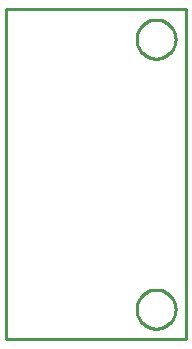
<source format=gbr>
G04 EAGLE Gerber RS-274X export*
G75*
%MOMM*%
%FSLAX34Y34*%
%LPD*%
%IN*%
%IPPOS*%
%AMOC8*
5,1,8,0,0,1.08239X$1,22.5*%
G01*
%ADD10C,0.254000*%


D10*
X0Y0D02*
X152400Y0D01*
X152400Y279400D01*
X0Y279400D01*
X0Y0D01*
X143510Y253460D02*
X143439Y252381D01*
X143298Y251309D01*
X143087Y250249D01*
X142808Y249205D01*
X142460Y248181D01*
X142046Y247183D01*
X141568Y246213D01*
X141028Y245277D01*
X140427Y244378D01*
X139769Y243521D01*
X139057Y242708D01*
X138292Y241944D01*
X137479Y241231D01*
X136622Y240573D01*
X135723Y239972D01*
X134787Y239432D01*
X133817Y238954D01*
X132819Y238540D01*
X131795Y238192D01*
X130751Y237913D01*
X129691Y237702D01*
X128619Y237561D01*
X127540Y237490D01*
X126460Y237490D01*
X125381Y237561D01*
X124309Y237702D01*
X123249Y237913D01*
X122205Y238192D01*
X121181Y238540D01*
X120183Y238954D01*
X119213Y239432D01*
X118277Y239972D01*
X117378Y240573D01*
X116521Y241231D01*
X115708Y241944D01*
X114944Y242708D01*
X114231Y243521D01*
X113573Y244378D01*
X112972Y245277D01*
X112432Y246213D01*
X111954Y247183D01*
X111540Y248181D01*
X111192Y249205D01*
X110913Y250249D01*
X110702Y251309D01*
X110561Y252381D01*
X110490Y253460D01*
X110490Y254540D01*
X110561Y255619D01*
X110702Y256691D01*
X110913Y257751D01*
X111192Y258795D01*
X111540Y259819D01*
X111954Y260817D01*
X112432Y261787D01*
X112972Y262723D01*
X113573Y263622D01*
X114231Y264479D01*
X114944Y265292D01*
X115708Y266057D01*
X116521Y266769D01*
X117378Y267427D01*
X118277Y268028D01*
X119213Y268568D01*
X120183Y269046D01*
X121181Y269460D01*
X122205Y269808D01*
X123249Y270087D01*
X124309Y270298D01*
X125381Y270439D01*
X126460Y270510D01*
X127540Y270510D01*
X128619Y270439D01*
X129691Y270298D01*
X130751Y270087D01*
X131795Y269808D01*
X132819Y269460D01*
X133817Y269046D01*
X134787Y268568D01*
X135723Y268028D01*
X136622Y267427D01*
X137479Y266769D01*
X138292Y266057D01*
X139057Y265292D01*
X139769Y264479D01*
X140427Y263622D01*
X141028Y262723D01*
X141568Y261787D01*
X142046Y260817D01*
X142460Y259819D01*
X142808Y258795D01*
X143087Y257751D01*
X143298Y256691D01*
X143439Y255619D01*
X143510Y254540D01*
X143510Y253460D01*
X143510Y24860D02*
X143439Y23781D01*
X143298Y22709D01*
X143087Y21649D01*
X142808Y20605D01*
X142460Y19581D01*
X142046Y18583D01*
X141568Y17613D01*
X141028Y16677D01*
X140427Y15778D01*
X139769Y14921D01*
X139057Y14108D01*
X138292Y13344D01*
X137479Y12631D01*
X136622Y11973D01*
X135723Y11372D01*
X134787Y10832D01*
X133817Y10354D01*
X132819Y9940D01*
X131795Y9592D01*
X130751Y9313D01*
X129691Y9102D01*
X128619Y8961D01*
X127540Y8890D01*
X126460Y8890D01*
X125381Y8961D01*
X124309Y9102D01*
X123249Y9313D01*
X122205Y9592D01*
X121181Y9940D01*
X120183Y10354D01*
X119213Y10832D01*
X118277Y11372D01*
X117378Y11973D01*
X116521Y12631D01*
X115708Y13344D01*
X114944Y14108D01*
X114231Y14921D01*
X113573Y15778D01*
X112972Y16677D01*
X112432Y17613D01*
X111954Y18583D01*
X111540Y19581D01*
X111192Y20605D01*
X110913Y21649D01*
X110702Y22709D01*
X110561Y23781D01*
X110490Y24860D01*
X110490Y25940D01*
X110561Y27019D01*
X110702Y28091D01*
X110913Y29151D01*
X111192Y30195D01*
X111540Y31219D01*
X111954Y32217D01*
X112432Y33187D01*
X112972Y34123D01*
X113573Y35022D01*
X114231Y35879D01*
X114944Y36692D01*
X115708Y37457D01*
X116521Y38169D01*
X117378Y38827D01*
X118277Y39428D01*
X119213Y39968D01*
X120183Y40446D01*
X121181Y40860D01*
X122205Y41208D01*
X123249Y41487D01*
X124309Y41698D01*
X125381Y41839D01*
X126460Y41910D01*
X127540Y41910D01*
X128619Y41839D01*
X129691Y41698D01*
X130751Y41487D01*
X131795Y41208D01*
X132819Y40860D01*
X133817Y40446D01*
X134787Y39968D01*
X135723Y39428D01*
X136622Y38827D01*
X137479Y38169D01*
X138292Y37457D01*
X139057Y36692D01*
X139769Y35879D01*
X140427Y35022D01*
X141028Y34123D01*
X141568Y33187D01*
X142046Y32217D01*
X142460Y31219D01*
X142808Y30195D01*
X143087Y29151D01*
X143298Y28091D01*
X143439Y27019D01*
X143510Y25940D01*
X143510Y24860D01*
M02*

</source>
